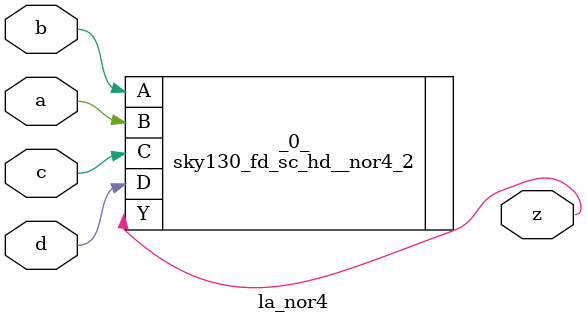
<source format=v>

module la_nor4(a, b, c, d, z);
  input a;
  input b;
  input c;
  input d;
  output z;
  sky130_fd_sc_hd__nor4_2 _0_ (
    .A(b),
    .B(a),
    .C(c),
    .D(d),
    .Y(z)
  );
endmodule

</source>
